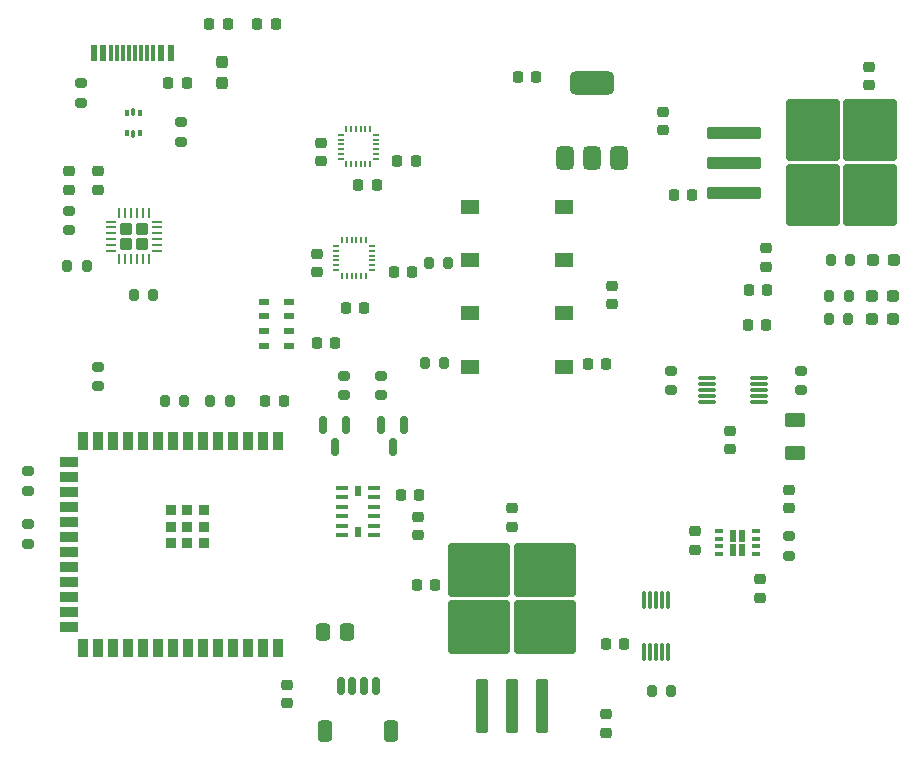
<source format=gbr>
%TF.GenerationSoftware,KiCad,Pcbnew,8.0.7*%
%TF.CreationDate,2024-12-30T10:45:42+13:00*%
%TF.ProjectId,Flight Computer V1,466c6967-6874-4204-936f-6d7075746572,rev?*%
%TF.SameCoordinates,Original*%
%TF.FileFunction,Paste,Top*%
%TF.FilePolarity,Positive*%
%FSLAX46Y46*%
G04 Gerber Fmt 4.6, Leading zero omitted, Abs format (unit mm)*
G04 Created by KiCad (PCBNEW 8.0.7) date 2024-12-30 10:45:42*
%MOMM*%
%LPD*%
G01*
G04 APERTURE LIST*
G04 Aperture macros list*
%AMRoundRect*
0 Rectangle with rounded corners*
0 $1 Rounding radius*
0 $2 $3 $4 $5 $6 $7 $8 $9 X,Y pos of 4 corners*
0 Add a 4 corners polygon primitive as box body*
4,1,4,$2,$3,$4,$5,$6,$7,$8,$9,$2,$3,0*
0 Add four circle primitives for the rounded corners*
1,1,$1+$1,$2,$3*
1,1,$1+$1,$4,$5*
1,1,$1+$1,$6,$7*
1,1,$1+$1,$8,$9*
0 Add four rect primitives between the rounded corners*
20,1,$1+$1,$2,$3,$4,$5,0*
20,1,$1+$1,$4,$5,$6,$7,0*
20,1,$1+$1,$6,$7,$8,$9,0*
20,1,$1+$1,$8,$9,$2,$3,0*%
G04 Aperture macros list end*
%ADD10RoundRect,0.062500X-0.350000X0.062500X-0.350000X-0.062500X0.350000X-0.062500X0.350000X0.062500X0*%
%ADD11RoundRect,0.062500X-0.062500X0.350000X-0.062500X-0.350000X0.062500X-0.350000X0.062500X0.350000X0*%
%ADD12RoundRect,0.250000X-0.275000X0.275000X-0.275000X-0.275000X0.275000X-0.275000X0.275000X0.275000X0*%
%ADD13RoundRect,0.075000X-0.650000X-0.075000X0.650000X-0.075000X0.650000X0.075000X-0.650000X0.075000X0*%
%ADD14RoundRect,0.075000X-0.075000X0.650000X-0.075000X-0.650000X0.075000X-0.650000X0.075000X0.650000X0*%
%ADD15RoundRect,0.375000X0.375000X-0.625000X0.375000X0.625000X-0.375000X0.625000X-0.375000X-0.625000X0*%
%ADD16RoundRect,0.500000X1.400000X-0.500000X1.400000X0.500000X-1.400000X0.500000X-1.400000X-0.500000X0*%
%ADD17RoundRect,0.250000X0.300000X-2.050000X0.300000X2.050000X-0.300000X2.050000X-0.300000X-2.050000X0*%
%ADD18RoundRect,0.250000X2.375000X-2.025000X2.375000X2.025000X-2.375000X2.025000X-2.375000X-2.025000X0*%
%ADD19RoundRect,0.250000X-2.050000X-0.300000X2.050000X-0.300000X2.050000X0.300000X-2.050000X0.300000X0*%
%ADD20RoundRect,0.250000X-2.025000X-2.375000X2.025000X-2.375000X2.025000X2.375000X-2.025000X2.375000X0*%
%ADD21R,0.600000X1.000000*%
%ADD22R,0.650000X0.350000*%
%ADD23RoundRect,0.050000X-0.225000X-0.050000X0.225000X-0.050000X0.225000X0.050000X-0.225000X0.050000X0*%
%ADD24RoundRect,0.050000X0.050000X-0.225000X0.050000X0.225000X-0.050000X0.225000X-0.050000X-0.225000X0*%
%ADD25R,0.950000X0.550000*%
%ADD26RoundRect,0.093750X-0.093750X0.156250X-0.093750X-0.156250X0.093750X-0.156250X0.093750X0.156250X0*%
%ADD27RoundRect,0.075000X-0.075000X0.250000X-0.075000X-0.250000X0.075000X-0.250000X0.075000X0.250000X0*%
%ADD28R,1.117800X0.449200*%
%ADD29R,0.500000X0.813000*%
%ADD30R,1.550000X1.300000*%
%ADD31RoundRect,0.200000X0.200000X0.275000X-0.200000X0.275000X-0.200000X-0.275000X0.200000X-0.275000X0*%
%ADD32RoundRect,0.200000X-0.200000X-0.275000X0.200000X-0.275000X0.200000X0.275000X-0.200000X0.275000X0*%
%ADD33RoundRect,0.200000X-0.275000X0.200000X-0.275000X-0.200000X0.275000X-0.200000X0.275000X0.200000X0*%
%ADD34RoundRect,0.200000X0.275000X-0.200000X0.275000X0.200000X-0.275000X0.200000X-0.275000X-0.200000X0*%
%ADD35RoundRect,0.150000X-0.150000X0.587500X-0.150000X-0.587500X0.150000X-0.587500X0.150000X0.587500X0*%
%ADD36RoundRect,0.150000X-0.150000X-0.625000X0.150000X-0.625000X0.150000X0.625000X-0.150000X0.625000X0*%
%ADD37RoundRect,0.250000X-0.350000X-0.650000X0.350000X-0.650000X0.350000X0.650000X-0.350000X0.650000X0*%
%ADD38R,0.600000X1.450000*%
%ADD39R,0.300000X1.450000*%
%ADD40R,0.900000X0.900000*%
%ADD41R,0.900000X1.500000*%
%ADD42R,1.500000X0.900000*%
%ADD43RoundRect,0.237500X0.237500X-0.287500X0.237500X0.287500X-0.237500X0.287500X-0.237500X-0.287500X0*%
%ADD44RoundRect,0.218750X0.218750X0.256250X-0.218750X0.256250X-0.218750X-0.256250X0.218750X-0.256250X0*%
%ADD45RoundRect,0.250000X0.625000X-0.375000X0.625000X0.375000X-0.625000X0.375000X-0.625000X-0.375000X0*%
%ADD46RoundRect,0.237500X0.287500X0.237500X-0.287500X0.237500X-0.287500X-0.237500X0.287500X-0.237500X0*%
%ADD47RoundRect,0.218750X-0.256250X0.218750X-0.256250X-0.218750X0.256250X-0.218750X0.256250X0.218750X0*%
%ADD48RoundRect,0.225000X-0.225000X-0.250000X0.225000X-0.250000X0.225000X0.250000X-0.225000X0.250000X0*%
%ADD49RoundRect,0.225000X-0.250000X0.225000X-0.250000X-0.225000X0.250000X-0.225000X0.250000X0.225000X0*%
%ADD50RoundRect,0.225000X0.250000X-0.225000X0.250000X0.225000X-0.250000X0.225000X-0.250000X-0.225000X0*%
%ADD51RoundRect,0.250000X0.337500X0.475000X-0.337500X0.475000X-0.337500X-0.475000X0.337500X-0.475000X0*%
%ADD52RoundRect,0.225000X0.225000X0.250000X-0.225000X0.250000X-0.225000X-0.250000X0.225000X-0.250000X0*%
G04 APERTURE END LIST*
D10*
%TO.C,U11*%
X165937500Y-105220000D03*
X165937500Y-105720000D03*
X165937500Y-106220000D03*
X165937500Y-106720000D03*
X165937500Y-107220000D03*
X165937500Y-107720000D03*
D11*
X165250000Y-108407500D03*
X164750000Y-108407500D03*
X164250000Y-108407500D03*
X163750000Y-108407500D03*
X163250000Y-108407500D03*
X162750000Y-108407500D03*
D10*
X162062500Y-107720000D03*
X162062500Y-107220000D03*
X162062500Y-106720000D03*
X162062500Y-106220000D03*
X162062500Y-105720000D03*
X162062500Y-105220000D03*
D11*
X162750000Y-104532500D03*
X163250000Y-104532500D03*
X163750000Y-104532500D03*
X164250000Y-104532500D03*
X164750000Y-104532500D03*
X165250000Y-104532500D03*
D12*
X163350000Y-107120000D03*
X164650000Y-107120000D03*
X163350000Y-105820000D03*
X164650000Y-105820000D03*
%TD*%
D13*
%TO.C,U10*%
X212500000Y-118500000D03*
X212500000Y-119000000D03*
X212500000Y-119500000D03*
X212500000Y-120000000D03*
X212500000Y-120500000D03*
X216900000Y-120500000D03*
X216900000Y-120000000D03*
X216900000Y-119500000D03*
X216900000Y-119000000D03*
X216900000Y-118500000D03*
%TD*%
D14*
%TO.C,U9*%
X209200000Y-137300000D03*
X208700000Y-137300000D03*
X208200000Y-137300000D03*
X207700000Y-137300000D03*
X207200000Y-137300000D03*
X207200000Y-141700000D03*
X207700000Y-141700000D03*
X208200000Y-141700000D03*
X208700000Y-141700000D03*
X209200000Y-141700000D03*
%TD*%
D15*
%TO.C,U8*%
X200500000Y-99800000D03*
X202800000Y-99800000D03*
D16*
X202800000Y-93500000D03*
D15*
X205100000Y-99800000D03*
%TD*%
D17*
%TO.C,U7*%
X193460000Y-146275000D03*
X196000000Y-146275000D03*
D18*
X193225000Y-139550000D03*
X198775000Y-139550000D03*
X193225000Y-134700000D03*
X198775000Y-134700000D03*
D17*
X198540000Y-146275000D03*
%TD*%
D19*
%TO.C,U6*%
X214775000Y-97685000D03*
X214775000Y-100225000D03*
D20*
X221500000Y-97450000D03*
X221500000Y-103000000D03*
X226350000Y-97450000D03*
X226350000Y-103000000D03*
D19*
X214775000Y-102765000D03*
%TD*%
D21*
%TO.C,U5*%
X214725000Y-131800000D03*
X214725000Y-133000000D03*
X215500000Y-131800000D03*
X215500000Y-133000000D03*
D22*
X213562500Y-131425000D03*
X213562500Y-132075000D03*
X213562500Y-132725000D03*
X213562500Y-133375000D03*
X216662500Y-133375000D03*
X216662500Y-132725000D03*
X216662500Y-132075000D03*
X216662500Y-131425000D03*
%TD*%
D23*
%TO.C,U4*%
X181500000Y-97885000D03*
X181500000Y-98285000D03*
X181500000Y-98685000D03*
X181500000Y-99085000D03*
X181500000Y-99485000D03*
X181500000Y-99885000D03*
D24*
X182000000Y-100385000D03*
X182400000Y-100385000D03*
X182800000Y-100385000D03*
X183200000Y-100385000D03*
X183600000Y-100385000D03*
X184000000Y-100385000D03*
D23*
X184500000Y-99885000D03*
X184500000Y-99485000D03*
X184500000Y-99085000D03*
X184500000Y-98685000D03*
X184500000Y-98285000D03*
X184500000Y-97885000D03*
D24*
X184000000Y-97385000D03*
X183600000Y-97385000D03*
X183200000Y-97385000D03*
X182800000Y-97385000D03*
X182400000Y-97385000D03*
X182000000Y-97385000D03*
%TD*%
D25*
%TO.C,U3*%
X175000000Y-115750000D03*
X175000000Y-114500000D03*
X175000000Y-113250000D03*
X175000000Y-112000000D03*
X177150000Y-112000000D03*
X177150000Y-113250000D03*
X177150000Y-114500000D03*
X177150000Y-115750000D03*
%TD*%
D26*
%TO.C,U2*%
X164500000Y-97745000D03*
D27*
X163962500Y-97820000D03*
D26*
X163425000Y-97745000D03*
X163425000Y-96045000D03*
D27*
X163962500Y-95970000D03*
D26*
X164500000Y-96045000D03*
%TD*%
D28*
%TO.C,U1*%
X184370901Y-131781501D03*
X184370901Y-130981500D03*
X184370901Y-130181499D03*
X184370901Y-129381501D03*
X184370901Y-128581500D03*
X184370901Y-127781501D03*
D29*
X183000000Y-128063002D03*
D28*
X181629099Y-127781499D03*
X181629099Y-128581500D03*
X181629099Y-129381501D03*
X181629099Y-130181499D03*
X181629099Y-130981500D03*
X181629099Y-131781499D03*
D29*
X183000000Y-131499998D03*
%TD*%
D30*
%TO.C,SW2*%
X200450000Y-117500000D03*
X192500000Y-117500000D03*
X200450000Y-113000000D03*
X192500000Y-113000000D03*
%TD*%
%TO.C,SW1*%
X200450000Y-108500000D03*
X192500000Y-108500000D03*
X200450000Y-104000000D03*
X192500000Y-104000000D03*
%TD*%
D31*
%TO.C,R21*%
X224500000Y-113500000D03*
X222850000Y-113500000D03*
%TD*%
%TO.C,R20*%
X224511400Y-111493700D03*
X222861400Y-111493700D03*
%TD*%
%TO.C,R19*%
X224650000Y-108500000D03*
X223000000Y-108500000D03*
%TD*%
%TO.C,R18*%
X172120000Y-120450600D03*
X170470000Y-120450600D03*
%TD*%
D32*
%TO.C,R17*%
X166620000Y-120450600D03*
X168270000Y-120450600D03*
%TD*%
%TO.C,R16*%
X165650000Y-111470000D03*
X164000000Y-111470000D03*
%TD*%
D33*
%TO.C,R15*%
X155000000Y-128000000D03*
X155000000Y-126350000D03*
%TD*%
%TO.C,R14*%
X155000000Y-132500000D03*
X155000000Y-130850000D03*
%TD*%
%TO.C,R13*%
X161000000Y-119150000D03*
X161000000Y-117500000D03*
%TD*%
D32*
%TO.C,R12*%
X160000000Y-108970000D03*
X158350000Y-108970000D03*
%TD*%
D33*
%TO.C,R11*%
X158500000Y-105970000D03*
X158500000Y-104320000D03*
%TD*%
%TO.C,R10*%
X159500000Y-95150000D03*
X159500000Y-93500000D03*
%TD*%
%TO.C,R9*%
X167962500Y-98470000D03*
X167962500Y-96820000D03*
%TD*%
%TO.C,R8*%
X181750000Y-119928052D03*
X181750000Y-118278052D03*
%TD*%
%TO.C,R7*%
X184950000Y-119928052D03*
X184950000Y-118278052D03*
%TD*%
D31*
%TO.C,R6*%
X188650000Y-117200000D03*
X190300000Y-117200000D03*
%TD*%
%TO.C,R5*%
X188975000Y-108700000D03*
X190625000Y-108700000D03*
%TD*%
D34*
%TO.C,R4*%
X209500000Y-119500000D03*
X209500000Y-117850000D03*
%TD*%
%TO.C,R3*%
X220500000Y-119500000D03*
X220500000Y-117850000D03*
%TD*%
D31*
%TO.C,R2*%
X209500000Y-145000000D03*
X207850000Y-145000000D03*
%TD*%
D33*
%TO.C,R1*%
X219500000Y-131850000D03*
X219500000Y-133500000D03*
%TD*%
D35*
%TO.C,Q2*%
X181000000Y-124303052D03*
X180050000Y-122428052D03*
X181950000Y-122428052D03*
%TD*%
%TO.C,Q1*%
X185900000Y-124303052D03*
X184950000Y-122428052D03*
X186850000Y-122428052D03*
%TD*%
D36*
%TO.C,J5*%
X181500000Y-144500000D03*
X182500000Y-144500000D03*
X183500000Y-144500000D03*
X184500000Y-144500000D03*
D37*
X180200000Y-148375000D03*
X185800000Y-148375000D03*
%TD*%
D38*
%TO.C,J4*%
X167102500Y-90915000D03*
X166302500Y-90915000D03*
D39*
X165602500Y-90915000D03*
X164602500Y-90915000D03*
X163102500Y-90915000D03*
X162102500Y-90915000D03*
D38*
X161402500Y-90915000D03*
X160602500Y-90915000D03*
X160602500Y-90915000D03*
X161402500Y-90915000D03*
D39*
X162602500Y-90915000D03*
X163602500Y-90915000D03*
X164102500Y-90915000D03*
X165102500Y-90915000D03*
D38*
X166302500Y-90915000D03*
X167102500Y-90915000D03*
%TD*%
D40*
%TO.C,IC1*%
X167120000Y-129650606D03*
X169920000Y-129655000D03*
X168520000Y-129655000D03*
X167120000Y-131050606D03*
X169920000Y-131055000D03*
X168520000Y-131055000D03*
X167120000Y-132450606D03*
X169920000Y-132455000D03*
X168520000Y-132455000D03*
D41*
X176240000Y-123805000D03*
X174970000Y-123805000D03*
X173700000Y-123805000D03*
X172430000Y-123805000D03*
X171160000Y-123805000D03*
X169890000Y-123805000D03*
X168620000Y-123805000D03*
X167350000Y-123805000D03*
X166080000Y-123805000D03*
X164810000Y-123805000D03*
X163540000Y-123805000D03*
X162270000Y-123805000D03*
X161000000Y-123805000D03*
X159730000Y-123805000D03*
D42*
X158480000Y-125570000D03*
X158480000Y-126840000D03*
X158480000Y-128110000D03*
X158480000Y-129380000D03*
X158480000Y-130650000D03*
X158480000Y-131920000D03*
X158480000Y-133190000D03*
X158480000Y-134460000D03*
X158480000Y-135730000D03*
X158480000Y-137000000D03*
X158480000Y-138270000D03*
X158480000Y-139540000D03*
D41*
X159730000Y-141305000D03*
X161000000Y-141305000D03*
X162270000Y-141305000D03*
X163540000Y-141305000D03*
X164810000Y-141305000D03*
X166080000Y-141305000D03*
X167350000Y-141305000D03*
X168620000Y-141305000D03*
X169890000Y-141305000D03*
X171160000Y-141305000D03*
X172430000Y-141305000D03*
X173700000Y-141305000D03*
X174970000Y-141305000D03*
X176240000Y-141305000D03*
%TD*%
D43*
%TO.C,FB1*%
X171462500Y-91720000D03*
X171462500Y-93470000D03*
%TD*%
D44*
%TO.C,F2*%
X170387500Y-88470000D03*
X171962500Y-88470000D03*
%TD*%
D45*
%TO.C,F1*%
X220000000Y-122000000D03*
X220000000Y-124800000D03*
%TD*%
D46*
%TO.C,D9*%
X228250000Y-113500000D03*
X226500000Y-113500000D03*
%TD*%
%TO.C,D8*%
X228250000Y-111500000D03*
X226500000Y-111500000D03*
%TD*%
%TO.C,D7*%
X228323600Y-108460400D03*
X226573600Y-108460400D03*
%TD*%
D44*
%TO.C,D6*%
X166887500Y-93470000D03*
X168462500Y-93470000D03*
%TD*%
D47*
%TO.C,D5*%
X177000000Y-146000000D03*
X177000000Y-144425000D03*
%TD*%
D44*
%TO.C,D4*%
X176000000Y-88500000D03*
X174425000Y-88500000D03*
%TD*%
D47*
%TO.C,D3*%
X217500000Y-107500000D03*
X217500000Y-109075000D03*
%TD*%
%TO.C,D2*%
X196000000Y-129500000D03*
X196000000Y-131075000D03*
%TD*%
%TO.C,D1*%
X219500000Y-127925000D03*
X219500000Y-129500000D03*
%TD*%
D48*
%TO.C,C27*%
X183500000Y-112500000D03*
X181950000Y-112500000D03*
%TD*%
%TO.C,C26*%
X187550000Y-109500000D03*
X186000000Y-109500000D03*
%TD*%
D49*
%TO.C,C25*%
X179500000Y-109500000D03*
X179500000Y-107950000D03*
%TD*%
D48*
%TO.C,C24*%
X188179100Y-128381500D03*
X186629100Y-128381500D03*
%TD*%
D50*
%TO.C,C23*%
X188070900Y-130216300D03*
X188070900Y-131766300D03*
%TD*%
D51*
%TO.C,C22*%
X182075000Y-140000000D03*
X180000000Y-140000000D03*
%TD*%
D48*
%TO.C,C21*%
X175120000Y-120450600D03*
X176670000Y-120450600D03*
%TD*%
D50*
%TO.C,C20*%
X161000000Y-100970000D03*
X161000000Y-102520000D03*
%TD*%
%TO.C,C19*%
X158490000Y-100970000D03*
X158490000Y-102520000D03*
%TD*%
D52*
%TO.C,C18*%
X202425000Y-117250000D03*
X203975000Y-117250000D03*
%TD*%
D50*
%TO.C,C17*%
X204475000Y-110650000D03*
X204475000Y-112200000D03*
%TD*%
D49*
%TO.C,C16*%
X214500000Y-122950000D03*
X214500000Y-124500000D03*
%TD*%
D52*
%TO.C,C15*%
X216000000Y-114000000D03*
X217550000Y-114000000D03*
%TD*%
%TO.C,C14*%
X216050000Y-111000000D03*
X217600000Y-111000000D03*
%TD*%
%TO.C,C13*%
X205500000Y-141000000D03*
X203950000Y-141000000D03*
%TD*%
%TO.C,C12*%
X198050000Y-93000000D03*
X196500000Y-93000000D03*
%TD*%
D48*
%TO.C,C11*%
X187950000Y-136000000D03*
X189500000Y-136000000D03*
%TD*%
D49*
%TO.C,C10*%
X226232118Y-92116380D03*
X226232118Y-93666380D03*
%TD*%
D50*
%TO.C,C9*%
X208800000Y-97500000D03*
X208800000Y-95950000D03*
%TD*%
%TO.C,C8*%
X204000000Y-148500000D03*
X204000000Y-146950000D03*
%TD*%
D48*
%TO.C,C7*%
X209725000Y-103000000D03*
X211275000Y-103000000D03*
%TD*%
D50*
%TO.C,C6*%
X211500000Y-133000000D03*
X211500000Y-131450000D03*
%TD*%
%TO.C,C5*%
X217000000Y-137050000D03*
X217000000Y-135500000D03*
%TD*%
D48*
%TO.C,C4*%
X184550000Y-102100000D03*
X183000000Y-102100000D03*
%TD*%
%TO.C,C3*%
X186315000Y-100100000D03*
X187865000Y-100100000D03*
%TD*%
D49*
%TO.C,C2*%
X179865000Y-98550000D03*
X179865000Y-100100000D03*
%TD*%
D48*
%TO.C,C1*%
X181050000Y-115500000D03*
X179500000Y-115500000D03*
%TD*%
D24*
%TO.C,U12*%
X181635000Y-106815000D03*
X182035000Y-106815000D03*
X182435000Y-106815000D03*
X182835000Y-106815000D03*
X183235000Y-106815000D03*
X183635000Y-106815000D03*
D23*
X184135000Y-107315000D03*
X184135000Y-107715000D03*
X184135000Y-108115000D03*
X184135000Y-108515000D03*
X184135000Y-108915000D03*
X184135000Y-109315000D03*
D24*
X183635000Y-109815000D03*
X183235000Y-109815000D03*
X182835000Y-109815000D03*
X182435000Y-109815000D03*
X182035000Y-109815000D03*
X181635000Y-109815000D03*
D23*
X181135000Y-109315000D03*
X181135000Y-108915000D03*
X181135000Y-108515000D03*
X181135000Y-108115000D03*
X181135000Y-107715000D03*
X181135000Y-107315000D03*
%TD*%
M02*

</source>
